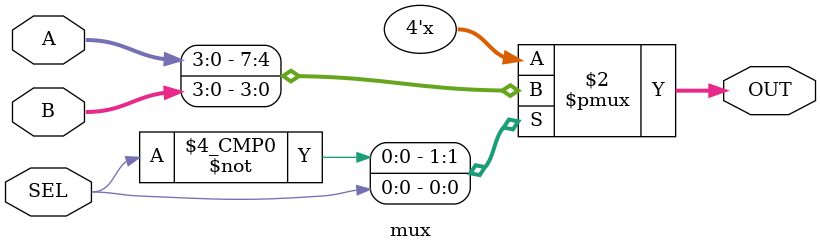
<source format=sv>
/*
Problema 02 a - Roteamento
Cristovão Pessoa Cândido Neto - 121110199
*/
parameter NUM_OF_BITS=4;
module mux(
  input logic[NUM_OF_BITS-1:0] A, B,
  input logic SEL,
  output logic[NUM_OF_BITS-1:0] OUT,
);
  always_comb begin 
    case(SEL)
      1'b0 : OUT <= A;
      1'b1 : OUT <= B;
      default : OUT <= 4'b0000;
    endcase
  end
endmodule

</source>
